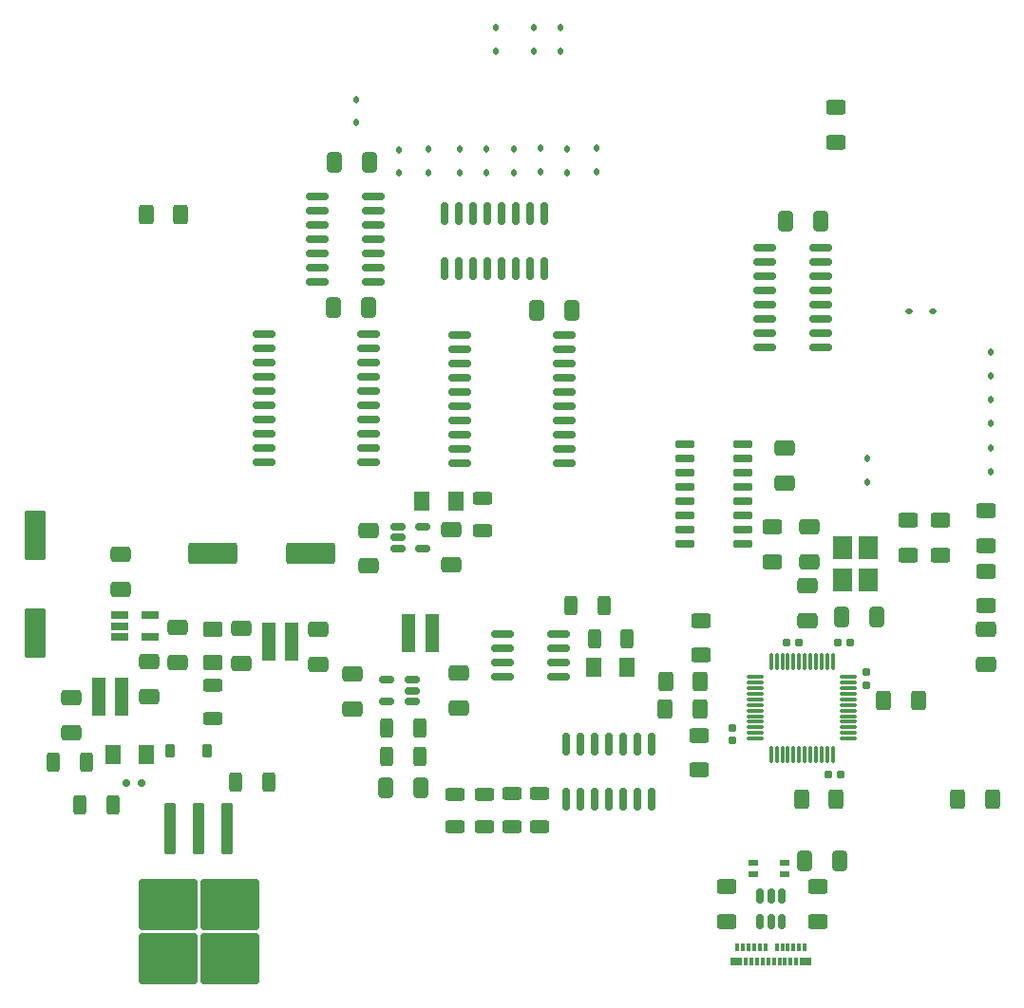
<source format=gbr>
%TF.GenerationSoftware,KiCad,Pcbnew,7.0.8*%
%TF.CreationDate,2023-11-24T11:58:06+01:00*%
%TF.ProjectId,menelaos-rev3,6d656e65-6c61-46f7-932d-726576332e6b,rev?*%
%TF.SameCoordinates,Original*%
%TF.FileFunction,Paste,Top*%
%TF.FilePolarity,Positive*%
%FSLAX46Y46*%
G04 Gerber Fmt 4.6, Leading zero omitted, Abs format (unit mm)*
G04 Created by KiCad (PCBNEW 7.0.8) date 2023-11-24 11:58:06*
%MOMM*%
%LPD*%
G01*
G04 APERTURE LIST*
G04 Aperture macros list*
%AMRoundRect*
0 Rectangle with rounded corners*
0 $1 Rounding radius*
0 $2 $3 $4 $5 $6 $7 $8 $9 X,Y pos of 4 corners*
0 Add a 4 corners polygon primitive as box body*
4,1,4,$2,$3,$4,$5,$6,$7,$8,$9,$2,$3,0*
0 Add four circle primitives for the rounded corners*
1,1,$1+$1,$2,$3*
1,1,$1+$1,$4,$5*
1,1,$1+$1,$6,$7*
1,1,$1+$1,$8,$9*
0 Add four rect primitives between the rounded corners*
20,1,$1+$1,$2,$3,$4,$5,0*
20,1,$1+$1,$4,$5,$6,$7,0*
20,1,$1+$1,$6,$7,$8,$9,0*
20,1,$1+$1,$8,$9,$2,$3,0*%
G04 Aperture macros list end*
%ADD10RoundRect,0.250000X-0.312500X-0.625000X0.312500X-0.625000X0.312500X0.625000X-0.312500X0.625000X0*%
%ADD11RoundRect,0.250000X-0.400000X-0.625000X0.400000X-0.625000X0.400000X0.625000X-0.400000X0.625000X0*%
%ADD12RoundRect,0.112500X0.112500X-0.187500X0.112500X0.187500X-0.112500X0.187500X-0.112500X-0.187500X0*%
%ADD13RoundRect,0.150000X-0.512500X-0.150000X0.512500X-0.150000X0.512500X0.150000X-0.512500X0.150000X0*%
%ADD14RoundRect,0.250000X-0.650000X0.412500X-0.650000X-0.412500X0.650000X-0.412500X0.650000X0.412500X0*%
%ADD15RoundRect,0.150000X0.725000X0.150000X-0.725000X0.150000X-0.725000X-0.150000X0.725000X-0.150000X0*%
%ADD16RoundRect,0.150000X-0.875000X-0.150000X0.875000X-0.150000X0.875000X0.150000X-0.875000X0.150000X0*%
%ADD17RoundRect,0.250000X-0.625000X0.400000X-0.625000X-0.400000X0.625000X-0.400000X0.625000X0.400000X0*%
%ADD18RoundRect,0.250000X1.950000X0.700000X-1.950000X0.700000X-1.950000X-0.700000X1.950000X-0.700000X0*%
%ADD19RoundRect,0.250000X-0.625000X0.312500X-0.625000X-0.312500X0.625000X-0.312500X0.625000X0.312500X0*%
%ADD20RoundRect,0.250000X0.412500X0.650000X-0.412500X0.650000X-0.412500X-0.650000X0.412500X-0.650000X0*%
%ADD21RoundRect,0.250001X-0.462499X-0.624999X0.462499X-0.624999X0.462499X0.624999X-0.462499X0.624999X0*%
%ADD22RoundRect,0.155000X0.155000X-0.212500X0.155000X0.212500X-0.155000X0.212500X-0.155000X-0.212500X0*%
%ADD23RoundRect,0.250001X0.624999X-0.462499X0.624999X0.462499X-0.624999X0.462499X-0.624999X-0.462499X0*%
%ADD24RoundRect,0.150000X0.150000X-0.512500X0.150000X0.512500X-0.150000X0.512500X-0.150000X-0.512500X0*%
%ADD25R,1.300000X3.400000*%
%ADD26RoundRect,0.250000X0.650000X-0.412500X0.650000X0.412500X-0.650000X0.412500X-0.650000X-0.412500X0*%
%ADD27R,1.800000X2.100000*%
%ADD28RoundRect,0.150000X0.825000X0.150000X-0.825000X0.150000X-0.825000X-0.150000X0.825000X-0.150000X0*%
%ADD29RoundRect,0.112500X-0.112500X0.187500X-0.112500X-0.187500X0.112500X-0.187500X0.112500X0.187500X0*%
%ADD30RoundRect,0.250000X0.312500X0.625000X-0.312500X0.625000X-0.312500X-0.625000X0.312500X-0.625000X0*%
%ADD31RoundRect,0.250000X0.625000X-0.400000X0.625000X0.400000X-0.625000X0.400000X-0.625000X-0.400000X0*%
%ADD32RoundRect,0.225000X-0.225000X-0.375000X0.225000X-0.375000X0.225000X0.375000X-0.225000X0.375000X0*%
%ADD33RoundRect,0.250001X0.462499X0.624999X-0.462499X0.624999X-0.462499X-0.624999X0.462499X-0.624999X0*%
%ADD34R,1.560000X0.650000*%
%ADD35RoundRect,0.150000X-0.150000X0.825000X-0.150000X-0.825000X0.150000X-0.825000X0.150000X0.825000X0*%
%ADD36RoundRect,0.150000X-0.825000X-0.150000X0.825000X-0.150000X0.825000X0.150000X-0.825000X0.150000X0*%
%ADD37RoundRect,0.150000X-0.150000X-0.200000X0.150000X-0.200000X0.150000X0.200000X-0.150000X0.200000X0*%
%ADD38RoundRect,0.250000X0.400000X0.625000X-0.400000X0.625000X-0.400000X-0.625000X0.400000X-0.625000X0*%
%ADD39R,0.900000X0.600000*%
%ADD40RoundRect,0.155000X-0.155000X0.212500X-0.155000X-0.212500X0.155000X-0.212500X0.155000X0.212500X0*%
%ADD41RoundRect,0.155000X-0.212500X-0.155000X0.212500X-0.155000X0.212500X0.155000X-0.212500X0.155000X0*%
%ADD42RoundRect,0.250000X0.625000X-0.312500X0.625000X0.312500X-0.625000X0.312500X-0.625000X-0.312500X0*%
%ADD43RoundRect,0.250000X-0.412500X-0.650000X0.412500X-0.650000X0.412500X0.650000X-0.412500X0.650000X0*%
%ADD44RoundRect,0.112500X-0.187500X-0.112500X0.187500X-0.112500X0.187500X0.112500X-0.187500X0.112500X0*%
%ADD45RoundRect,0.155000X0.212500X0.155000X-0.212500X0.155000X-0.212500X-0.155000X0.212500X-0.155000X0*%
%ADD46RoundRect,0.250000X-0.300000X2.050000X-0.300000X-2.050000X0.300000X-2.050000X0.300000X2.050000X0*%
%ADD47RoundRect,0.250000X-2.375000X2.025000X-2.375000X-2.025000X2.375000X-2.025000X2.375000X2.025000X0*%
%ADD48RoundRect,0.150000X0.512500X0.150000X-0.512500X0.150000X-0.512500X-0.150000X0.512500X-0.150000X0*%
%ADD49RoundRect,0.075000X-0.075000X0.662500X-0.075000X-0.662500X0.075000X-0.662500X0.075000X0.662500X0*%
%ADD50RoundRect,0.075000X-0.662500X0.075000X-0.662500X-0.075000X0.662500X-0.075000X0.662500X0.075000X0*%
%ADD51RoundRect,0.250000X0.700000X-1.950000X0.700000X1.950000X-0.700000X1.950000X-0.700000X-1.950000X0*%
%ADD52RoundRect,0.150000X0.150000X-0.825000X0.150000X0.825000X-0.150000X0.825000X-0.150000X-0.825000X0*%
%ADD53R,0.300000X0.700000*%
%ADD54R,1.000000X0.700000*%
G04 APERTURE END LIST*
D10*
%TO.C,R202*%
X211037500Y-116450000D03*
X213962500Y-116450000D03*
%TD*%
D11*
%TO.C,R601*%
X203050000Y-65850000D03*
X206150000Y-65850000D03*
%TD*%
D12*
%TO.C,U408*%
X240600000Y-62100000D03*
X240600000Y-60000000D03*
%TD*%
D13*
%TO.C,U203*%
X225462500Y-93700000D03*
X225462500Y-94650000D03*
X225462500Y-95600000D03*
X227737500Y-95600000D03*
X227737500Y-93700000D03*
%TD*%
D14*
%TO.C,C310*%
X277900000Y-102837500D03*
X277900000Y-105962500D03*
%TD*%
%TO.C,C211*%
X230950000Y-106725000D03*
X230950000Y-109850000D03*
%TD*%
D15*
%TO.C,U404*%
X256250000Y-95220000D03*
X256250000Y-93950000D03*
X256250000Y-92680000D03*
X256250000Y-91410000D03*
X256250000Y-90140000D03*
X256250000Y-88870000D03*
X256250000Y-87600000D03*
X256250000Y-86330000D03*
X251100000Y-86330000D03*
X251100000Y-87600000D03*
X251100000Y-88870000D03*
X251100000Y-90140000D03*
X251100000Y-91410000D03*
X251100000Y-92680000D03*
X251100000Y-93950000D03*
X251100000Y-95220000D03*
%TD*%
D14*
%TO.C,C207*%
X218350000Y-102825000D03*
X218350000Y-105950000D03*
%TD*%
D16*
%TO.C,U405*%
X231000000Y-76580000D03*
X231000000Y-77850000D03*
X231000000Y-79120000D03*
X231000000Y-80390000D03*
X231000000Y-81660000D03*
X231000000Y-82930000D03*
X231000000Y-84200000D03*
X231000000Y-85470000D03*
X231000000Y-86740000D03*
X231000000Y-88010000D03*
X240300000Y-88010000D03*
X240300000Y-86740000D03*
X240300000Y-85470000D03*
X240300000Y-84200000D03*
X240300000Y-82930000D03*
X240300000Y-81660000D03*
X240300000Y-80390000D03*
X240300000Y-79120000D03*
X240300000Y-77850000D03*
X240300000Y-76580000D03*
%TD*%
D11*
%TO.C,R303*%
X261450000Y-118000000D03*
X264550000Y-118000000D03*
%TD*%
D17*
%TO.C,R309*%
X277900000Y-97650000D03*
X277900000Y-100750000D03*
%TD*%
%TO.C,R308*%
X277900000Y-92250000D03*
X277900000Y-95350000D03*
%TD*%
D18*
%TO.C,C208*%
X217700000Y-96050000D03*
X209000000Y-96050000D03*
%TD*%
D19*
%TO.C,R501*%
X230600000Y-117537500D03*
X230600000Y-120462500D03*
%TD*%
D20*
%TO.C,C401*%
X263162500Y-66400000D03*
X260037500Y-66400000D03*
%TD*%
D19*
%TO.C,R503*%
X238150000Y-117512500D03*
X238150000Y-120437500D03*
%TD*%
D21*
%TO.C,D203*%
X200112500Y-114000000D03*
X203087500Y-114000000D03*
%TD*%
D22*
%TO.C,C304*%
X255300000Y-112767500D03*
X255300000Y-111632500D03*
%TD*%
D23*
%TO.C,D204*%
X208950000Y-105787500D03*
X208950000Y-102812500D03*
%TD*%
D24*
%TO.C,U307*%
X257800000Y-128887500D03*
X258750000Y-128887500D03*
X259700000Y-128887500D03*
X259700000Y-126612500D03*
X258750000Y-126612500D03*
X257800000Y-126612500D03*
%TD*%
D25*
%TO.C,L202*%
X213950000Y-103900000D03*
X216050000Y-103900000D03*
%TD*%
D19*
%TO.C,R504*%
X235700000Y-117512500D03*
X235700000Y-120437500D03*
%TD*%
D14*
%TO.C,C212*%
X230200000Y-93975000D03*
X230200000Y-97100000D03*
%TD*%
D12*
%TO.C,U305*%
X278300000Y-84450000D03*
X278300000Y-82350000D03*
%TD*%
D10*
%TO.C,R206*%
X224487500Y-111650000D03*
X227412500Y-111650000D03*
%TD*%
D26*
%TO.C,C301*%
X262000000Y-102062500D03*
X262000000Y-98937500D03*
%TD*%
D27*
%TO.C,Y301*%
X267400000Y-98450000D03*
X267400000Y-95550000D03*
X265100000Y-95550000D03*
X265100000Y-98450000D03*
%TD*%
D11*
%TO.C,R603*%
X275400000Y-117950000D03*
X278500000Y-117950000D03*
%TD*%
D17*
%TO.C,R602*%
X264550000Y-56300000D03*
X264550000Y-59400000D03*
%TD*%
D20*
%TO.C,C213*%
X227562500Y-117000000D03*
X224437500Y-117000000D03*
%TD*%
D28*
%TO.C,U204*%
X239775000Y-107105000D03*
X239775000Y-105835000D03*
X239775000Y-104565000D03*
X239775000Y-103295000D03*
X234825000Y-103295000D03*
X234825000Y-104565000D03*
X234825000Y-105835000D03*
X234825000Y-107105000D03*
%TD*%
D29*
%TO.C,U415*%
X221800000Y-55550000D03*
X221800000Y-57650000D03*
%TD*%
D30*
%TO.C,R205*%
X227412500Y-114200000D03*
X224487500Y-114200000D03*
%TD*%
D31*
%TO.C,R507*%
X252300000Y-115400000D03*
X252300000Y-112300000D03*
%TD*%
D17*
%TO.C,R306*%
X273850000Y-93100000D03*
X273850000Y-96200000D03*
%TD*%
D32*
%TO.C,D202*%
X205150000Y-113700000D03*
X208450000Y-113700000D03*
%TD*%
D14*
%TO.C,C205*%
X205900000Y-102687500D03*
X205900000Y-105812500D03*
%TD*%
D12*
%TO.C,U412*%
X231000000Y-62100000D03*
X231000000Y-60000000D03*
%TD*%
D14*
%TO.C,C206*%
X211500000Y-102787500D03*
X211500000Y-105912500D03*
%TD*%
D20*
%TO.C,C402*%
X222862500Y-74100000D03*
X219737500Y-74100000D03*
%TD*%
D10*
%TO.C,R209*%
X240925000Y-100700000D03*
X243850000Y-100700000D03*
%TD*%
D33*
%TO.C,D205*%
X230625000Y-91400000D03*
X227650000Y-91400000D03*
%TD*%
D29*
%TO.C,U414*%
X225600000Y-60050000D03*
X225600000Y-62150000D03*
%TD*%
D12*
%TO.C,U303*%
X278300000Y-88750000D03*
X278300000Y-86650000D03*
%TD*%
D26*
%TO.C,C404*%
X260000000Y-89775000D03*
X260000000Y-86650000D03*
%TD*%
D34*
%TO.C,U201*%
X200700000Y-101600000D03*
X200700000Y-102550000D03*
X200700000Y-103500000D03*
X203400000Y-103500000D03*
X203400000Y-101600000D03*
%TD*%
D35*
%TO.C,U406*%
X238545000Y-65725000D03*
X237275000Y-65725000D03*
X236005000Y-65725000D03*
X234735000Y-65725000D03*
X233465000Y-65725000D03*
X232195000Y-65725000D03*
X230925000Y-65725000D03*
X229655000Y-65725000D03*
X229655000Y-70675000D03*
X230925000Y-70675000D03*
X232195000Y-70675000D03*
X233465000Y-70675000D03*
X234735000Y-70675000D03*
X236005000Y-70675000D03*
X237275000Y-70675000D03*
X238545000Y-70675000D03*
%TD*%
D31*
%TO.C,R302*%
X258900000Y-96800000D03*
X258900000Y-93700000D03*
%TD*%
D17*
%TO.C,R305*%
X262950000Y-125800000D03*
X262950000Y-128900000D03*
%TD*%
D29*
%TO.C,U417*%
X237600000Y-49150000D03*
X237600000Y-51250000D03*
%TD*%
D25*
%TO.C,L201*%
X200900000Y-108850000D03*
X198800000Y-108850000D03*
%TD*%
D19*
%TO.C,R502*%
X233200000Y-117537500D03*
X233200000Y-120462500D03*
%TD*%
D26*
%TO.C,C204*%
X200800000Y-99262500D03*
X200800000Y-96137500D03*
%TD*%
D36*
%TO.C,U402*%
X258200000Y-68780000D03*
X258200000Y-70050000D03*
X258200000Y-71320000D03*
X258200000Y-72590000D03*
X258200000Y-73860000D03*
X258200000Y-75130000D03*
X258200000Y-76400000D03*
X258200000Y-77670000D03*
X263150000Y-77670000D03*
X263150000Y-76400000D03*
X263150000Y-75130000D03*
X263150000Y-73860000D03*
X263150000Y-72590000D03*
X263150000Y-71320000D03*
X263150000Y-70050000D03*
X263150000Y-68780000D03*
%TD*%
D12*
%TO.C,U306*%
X278300000Y-80250000D03*
X278300000Y-78150000D03*
%TD*%
%TO.C,U409*%
X238200000Y-62050000D03*
X238200000Y-59950000D03*
%TD*%
D25*
%TO.C,L203*%
X226450000Y-103150000D03*
X228550000Y-103150000D03*
%TD*%
D37*
%TO.C,D201*%
X202650000Y-116550000D03*
X201250000Y-116550000D03*
%TD*%
D19*
%TO.C,R207*%
X233000000Y-91137500D03*
X233000000Y-94062500D03*
%TD*%
D38*
%TO.C,R301*%
X271900000Y-109200000D03*
X268800000Y-109200000D03*
%TD*%
D20*
%TO.C,C405*%
X222962500Y-61200000D03*
X219837500Y-61200000D03*
%TD*%
D39*
%TO.C,U308*%
X257150000Y-124650000D03*
X259950000Y-124650000D03*
X259950000Y-123650000D03*
X257150000Y-123650000D03*
%TD*%
D12*
%TO.C,U413*%
X228200000Y-62100000D03*
X228200000Y-60000000D03*
%TD*%
D40*
%TO.C,C307*%
X267250000Y-106682500D03*
X267250000Y-107817500D03*
%TD*%
D11*
%TO.C,R506*%
X249350000Y-107450000D03*
X252450000Y-107450000D03*
%TD*%
D41*
%TO.C,C305*%
X264682500Y-104000000D03*
X265817500Y-104000000D03*
%TD*%
D11*
%TO.C,R505*%
X249300000Y-109950000D03*
X252400000Y-109950000D03*
%TD*%
D42*
%TO.C,R204*%
X209000000Y-110775000D03*
X209000000Y-107850000D03*
%TD*%
D16*
%TO.C,U401*%
X213600000Y-76530000D03*
X213600000Y-77800000D03*
X213600000Y-79070000D03*
X213600000Y-80340000D03*
X213600000Y-81610000D03*
X213600000Y-82880000D03*
X213600000Y-84150000D03*
X213600000Y-85420000D03*
X213600000Y-86690000D03*
X213600000Y-87960000D03*
X222900000Y-87960000D03*
X222900000Y-86690000D03*
X222900000Y-85420000D03*
X222900000Y-84150000D03*
X222900000Y-82880000D03*
X222900000Y-81610000D03*
X222900000Y-80340000D03*
X222900000Y-79070000D03*
X222900000Y-77800000D03*
X222900000Y-76530000D03*
%TD*%
D12*
%TO.C,U411*%
X233400000Y-62100000D03*
X233400000Y-60000000D03*
%TD*%
D43*
%TO.C,C303*%
X265037500Y-101750000D03*
X268162500Y-101750000D03*
%TD*%
D29*
%TO.C,U416*%
X234188000Y-49150000D03*
X234188000Y-51250000D03*
%TD*%
D12*
%TO.C,U407*%
X243200000Y-62050000D03*
X243200000Y-59950000D03*
%TD*%
D20*
%TO.C,C309*%
X264862500Y-123500000D03*
X261737500Y-123500000D03*
%TD*%
D30*
%TO.C,R208*%
X245912500Y-103700000D03*
X242987500Y-103700000D03*
%TD*%
D44*
%TO.C,U302*%
X271050000Y-74450000D03*
X273150000Y-74450000D03*
%TD*%
D14*
%TO.C,C302*%
X262200000Y-93675000D03*
X262200000Y-96800000D03*
%TD*%
D20*
%TO.C,C403*%
X240962500Y-74400000D03*
X237837500Y-74400000D03*
%TD*%
D36*
%TO.C,U403*%
X218325000Y-64190000D03*
X218325000Y-65460000D03*
X218325000Y-66730000D03*
X218325000Y-68000000D03*
X218325000Y-69270000D03*
X218325000Y-70540000D03*
X218325000Y-71810000D03*
X223275000Y-71810000D03*
X223275000Y-70540000D03*
X223275000Y-69270000D03*
X223275000Y-68000000D03*
X223275000Y-66730000D03*
X223275000Y-65460000D03*
X223275000Y-64190000D03*
%TD*%
D45*
%TO.C,C306*%
X264967500Y-115800000D03*
X263832500Y-115800000D03*
%TD*%
D41*
%TO.C,C308*%
X260132500Y-104000000D03*
X261267500Y-104000000D03*
%TD*%
D14*
%TO.C,C210*%
X222900000Y-94037500D03*
X222900000Y-97162500D03*
%TD*%
%TO.C,C202*%
X196400000Y-108937500D03*
X196400000Y-112062500D03*
%TD*%
D46*
%TO.C,Q201*%
X210290000Y-120625000D03*
X207750000Y-120625000D03*
D47*
X210525000Y-127350000D03*
X204975000Y-127350000D03*
X210525000Y-132200000D03*
X204975000Y-132200000D03*
D46*
X205210000Y-120625000D03*
%TD*%
D12*
%TO.C,U304*%
X267300000Y-89700000D03*
X267300000Y-87600000D03*
%TD*%
D17*
%TO.C,R307*%
X270950000Y-93100000D03*
X270950000Y-96200000D03*
%TD*%
D33*
%TO.C,D206*%
X245937500Y-106250000D03*
X242962500Y-106250000D03*
%TD*%
D48*
%TO.C,U202*%
X226800000Y-109250000D03*
X226800000Y-108300000D03*
X226800000Y-107350000D03*
X224525000Y-107350000D03*
X224525000Y-109250000D03*
%TD*%
D17*
%TO.C,R508*%
X252500000Y-102050000D03*
X252500000Y-105150000D03*
%TD*%
D10*
%TO.C,R201*%
X197175000Y-118500000D03*
X200100000Y-118500000D03*
%TD*%
D49*
%TO.C,U301*%
X264250000Y-105675000D03*
X263750000Y-105675000D03*
X263250000Y-105675000D03*
X262750000Y-105675000D03*
X262250000Y-105675000D03*
X261750000Y-105675000D03*
X261250000Y-105675000D03*
X260750000Y-105675000D03*
X260250000Y-105675000D03*
X259750000Y-105675000D03*
X259250000Y-105675000D03*
X258750000Y-105675000D03*
D50*
X257337500Y-107087500D03*
X257337500Y-107587500D03*
X257337500Y-108087500D03*
X257337500Y-108587500D03*
X257337500Y-109087500D03*
X257337500Y-109587500D03*
X257337500Y-110087500D03*
X257337500Y-110587500D03*
X257337500Y-111087500D03*
X257337500Y-111587500D03*
X257337500Y-112087500D03*
X257337500Y-112587500D03*
D49*
X258750000Y-114000000D03*
X259250000Y-114000000D03*
X259750000Y-114000000D03*
X260250000Y-114000000D03*
X260750000Y-114000000D03*
X261250000Y-114000000D03*
X261750000Y-114000000D03*
X262250000Y-114000000D03*
X262750000Y-114000000D03*
X263250000Y-114000000D03*
X263750000Y-114000000D03*
X264250000Y-114000000D03*
D50*
X265662500Y-112587500D03*
X265662500Y-112087500D03*
X265662500Y-111587500D03*
X265662500Y-111087500D03*
X265662500Y-110587500D03*
X265662500Y-110087500D03*
X265662500Y-109587500D03*
X265662500Y-109087500D03*
X265662500Y-108587500D03*
X265662500Y-108087500D03*
X265662500Y-107587500D03*
X265662500Y-107087500D03*
%TD*%
D51*
%TO.C,C203*%
X193150000Y-103150000D03*
X193150000Y-94450000D03*
%TD*%
D29*
%TO.C,U418*%
X240000000Y-49150000D03*
X240000000Y-51250000D03*
%TD*%
D14*
%TO.C,C209*%
X221400000Y-106837500D03*
X221400000Y-109962500D03*
%TD*%
D12*
%TO.C,U410*%
X235800000Y-62100000D03*
X235800000Y-60000000D03*
%TD*%
D17*
%TO.C,R304*%
X254800000Y-125800000D03*
X254800000Y-128900000D03*
%TD*%
D52*
%TO.C,U501*%
X240500000Y-118000000D03*
X241770000Y-118000000D03*
X243040000Y-118000000D03*
X244310000Y-118000000D03*
X245580000Y-118000000D03*
X246850000Y-118000000D03*
X248120000Y-118000000D03*
X248120000Y-113050000D03*
X246850000Y-113050000D03*
X245580000Y-113050000D03*
X244310000Y-113050000D03*
X243040000Y-113050000D03*
X241770000Y-113050000D03*
X240500000Y-113050000D03*
%TD*%
D26*
%TO.C,C201*%
X203300000Y-108862500D03*
X203300000Y-105737500D03*
%TD*%
D53*
%TO.C,J302*%
X255750000Y-131200000D03*
X256250000Y-131200000D03*
X256750000Y-131200000D03*
X257250000Y-131200000D03*
X257750000Y-131200000D03*
X258250000Y-131200000D03*
X259250000Y-131200000D03*
X259750000Y-131200000D03*
X260250000Y-131200000D03*
X260750000Y-131200000D03*
X261250000Y-131200000D03*
X261750000Y-131200000D03*
D54*
X261850000Y-132500000D03*
D53*
X261000000Y-132500000D03*
X260500000Y-132500000D03*
X260000000Y-132500000D03*
X259500000Y-132500000D03*
X259000000Y-132500000D03*
X258500000Y-132500000D03*
X258000000Y-132500000D03*
X257500000Y-132500000D03*
X257000000Y-132500000D03*
X256500000Y-132500000D03*
D54*
X255650000Y-132500000D03*
%TD*%
D10*
%TO.C,R203*%
X194787500Y-114700000D03*
X197712500Y-114700000D03*
%TD*%
M02*

</source>
